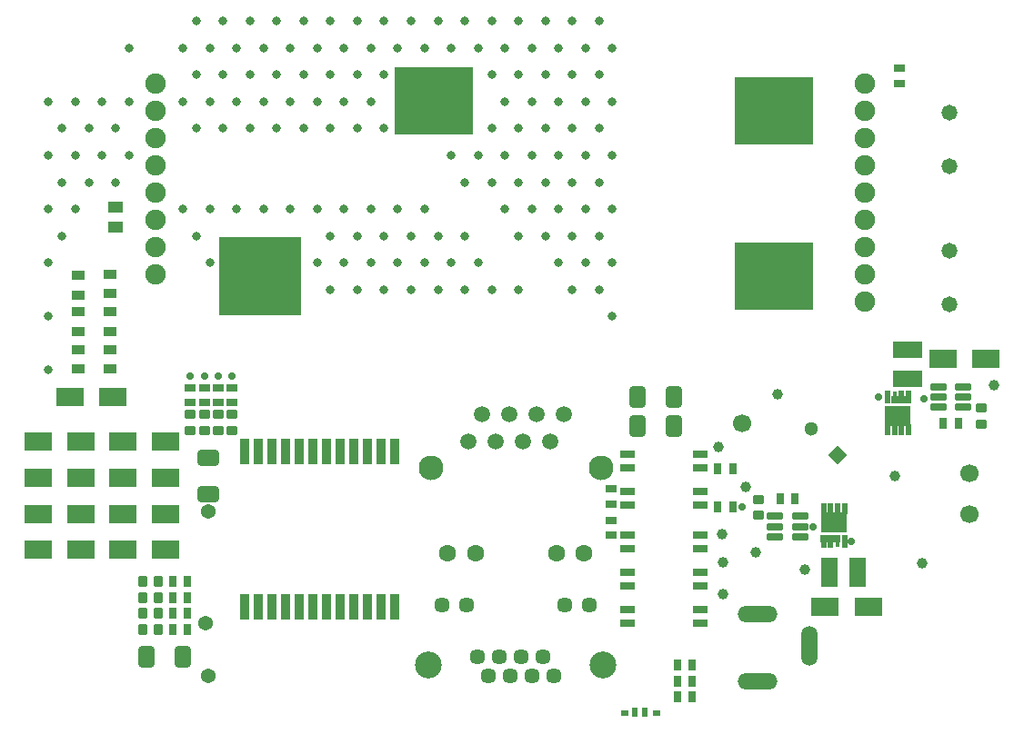
<source format=gts>
G04*
G04 #@! TF.GenerationSoftware,Altium Limited,Altium Designer,21.9.2 (33)*
G04*
G04 Layer_Color=8388736*
%FSLAX25Y25*%
%MOIN*%
G70*
G04*
G04 #@! TF.SameCoordinates,1A6DD151-CB10-4FFE-AF26-4EE6108A4869*
G04*
G04*
G04 #@! TF.FilePolarity,Negative*
G04*
G01*
G75*
%ADD38R,0.28346X0.24410*%
%ADD39R,0.28347X0.24410*%
%ADD40C,0.03937*%
G04:AMPARAMS|DCode=41|XSize=39.37mil|YSize=31.5mil|CornerRadius=5.41mil|HoleSize=0mil|Usage=FLASHONLY|Rotation=180.000|XOffset=0mil|YOffset=0mil|HoleType=Round|Shape=RoundedRectangle|*
%AMROUNDEDRECTD41*
21,1,0.03937,0.02067,0,0,180.0*
21,1,0.02854,0.03150,0,0,180.0*
1,1,0.01083,-0.01427,0.01034*
1,1,0.01083,0.01427,0.01034*
1,1,0.01083,0.01427,-0.01034*
1,1,0.01083,-0.01427,-0.01034*
%
%ADD41ROUNDEDRECTD41*%
%ADD42R,0.03937X0.03150*%
%ADD43R,0.10236X0.07087*%
%ADD44R,0.03386X0.09409*%
%ADD45R,0.28740X0.24803*%
%ADD46R,0.28740X0.24803*%
%ADD47R,0.29921X0.28799*%
%ADD48R,0.02139X0.03950*%
%ADD49R,0.09816X0.07532*%
%ADD50R,0.02139X0.04737*%
%ADD51R,0.01732X0.04331*%
%ADD52R,0.07257X0.02769*%
%ADD53R,0.05272X0.02672*%
G04:AMPARAMS|DCode=54|XSize=76.77mil|YSize=57.09mil|CornerRadius=8.61mil|HoleSize=0mil|Usage=FLASHONLY|Rotation=90.000|XOffset=0mil|YOffset=0mil|HoleType=Round|Shape=RoundedRectangle|*
%AMROUNDEDRECTD54*
21,1,0.07677,0.03986,0,0,90.0*
21,1,0.05955,0.05709,0,0,90.0*
1,1,0.01722,0.01993,0.02977*
1,1,0.01722,0.01993,-0.02977*
1,1,0.01722,-0.01993,-0.02977*
1,1,0.01722,-0.01993,0.02977*
%
%ADD54ROUNDEDRECTD54*%
%ADD55R,0.03150X0.03937*%
G04:AMPARAMS|DCode=56|XSize=39.37mil|YSize=31.5mil|CornerRadius=5.41mil|HoleSize=0mil|Usage=FLASHONLY|Rotation=90.000|XOffset=0mil|YOffset=0mil|HoleType=Round|Shape=RoundedRectangle|*
%AMROUNDEDRECTD56*
21,1,0.03937,0.02067,0,0,90.0*
21,1,0.02854,0.03150,0,0,90.0*
1,1,0.01083,0.01034,0.01427*
1,1,0.01083,0.01034,-0.01427*
1,1,0.01083,-0.01034,-0.01427*
1,1,0.01083,-0.01034,0.01427*
%
%ADD56ROUNDEDRECTD56*%
G04:AMPARAMS|DCode=57|XSize=76.77mil|YSize=57.09mil|CornerRadius=8.61mil|HoleSize=0mil|Usage=FLASHONLY|Rotation=180.000|XOffset=0mil|YOffset=0mil|HoleType=Round|Shape=RoundedRectangle|*
%AMROUNDEDRECTD57*
21,1,0.07677,0.03986,0,0,180.0*
21,1,0.05955,0.05709,0,0,180.0*
1,1,0.01722,-0.02977,0.01993*
1,1,0.01722,0.02977,0.01993*
1,1,0.01722,0.02977,-0.01993*
1,1,0.01722,-0.02977,-0.01993*
%
%ADD57ROUNDEDRECTD57*%
%ADD58R,0.02756X0.02362*%
%ADD59R,0.02126X0.03347*%
%ADD60R,0.05827X0.04016*%
%ADD61R,0.05118X0.03543*%
%ADD62R,0.11102X0.06417*%
%ADD63R,0.10236X0.07087*%
G04:AMPARAMS|DCode=64|XSize=61.02mil|YSize=27.17mil|CornerRadius=4.87mil|HoleSize=0mil|Usage=FLASHONLY|Rotation=180.000|XOffset=0mil|YOffset=0mil|HoleType=Round|Shape=RoundedRectangle|*
%AMROUNDEDRECTD64*
21,1,0.06102,0.01742,0,0,180.0*
21,1,0.05128,0.02717,0,0,180.0*
1,1,0.00974,-0.02564,0.00871*
1,1,0.00974,0.02564,0.00871*
1,1,0.00974,0.02564,-0.00871*
1,1,0.00974,-0.02564,-0.00871*
%
%ADD64ROUNDEDRECTD64*%
%ADD65R,0.06417X0.11102*%
%ADD66C,0.05118*%
%ADD67P,0.07238X4X180.0*%
%ADD68C,0.00394*%
%ADD69C,0.05709*%
%ADD70C,0.09843*%
%ADD71C,0.07480*%
%ADD72C,0.05794*%
%ADD73C,0.06693*%
%ADD74C,0.05906*%
%ADD75C,0.09055*%
%ADD76C,0.06299*%
%ADD77C,0.06694*%
%ADD78O,0.14567X0.05906*%
%ADD79O,0.05906X0.14567*%
%ADD80C,0.05394*%
%ADD81C,0.03162*%
%ADD82C,0.02756*%
%ADD83C,0.02795*%
D38*
X275590Y225138D02*
D03*
X151181Y228681D02*
D03*
D39*
X275590Y164114D02*
D03*
D40*
X265354Y87008D02*
D03*
X356299Y124409D02*
D03*
X268898Y62992D02*
D03*
X277165Y120866D02*
D03*
X256693Y69685D02*
D03*
X257087Y59449D02*
D03*
X255512Y101575D02*
D03*
X257087Y47638D02*
D03*
X320079Y90945D02*
D03*
X329921Y59055D02*
D03*
X287008Y56693D02*
D03*
D41*
X77165Y107677D02*
D03*
Y113583D02*
D03*
X72047Y107677D02*
D03*
Y113583D02*
D03*
X66929Y107677D02*
D03*
Y113583D02*
D03*
X61811Y107677D02*
D03*
Y113583D02*
D03*
X351575Y115945D02*
D03*
Y110039D02*
D03*
X270079Y76575D02*
D03*
Y82480D02*
D03*
D42*
X61811Y123425D02*
D03*
Y117913D02*
D03*
X66929Y123425D02*
D03*
Y117913D02*
D03*
X72047Y123425D02*
D03*
Y117913D02*
D03*
X77165Y123425D02*
D03*
Y117913D02*
D03*
X216142Y74803D02*
D03*
Y69291D02*
D03*
Y86221D02*
D03*
Y80709D02*
D03*
X321654Y240551D02*
D03*
Y235039D02*
D03*
D43*
X37008Y103543D02*
D03*
X52756D02*
D03*
X21850Y90354D02*
D03*
X6102D02*
D03*
X37008D02*
D03*
X52756D02*
D03*
X52756Y77165D02*
D03*
X37008D02*
D03*
X6102D02*
D03*
X21850D02*
D03*
X17717Y120079D02*
D03*
X33465D02*
D03*
X6102Y63976D02*
D03*
X21850D02*
D03*
X52756D02*
D03*
X37008D02*
D03*
X21850Y103543D02*
D03*
X6102D02*
D03*
D44*
X136555Y100157D02*
D03*
X131555D02*
D03*
X126555D02*
D03*
X121555D02*
D03*
X116555D02*
D03*
X111555D02*
D03*
X106555D02*
D03*
X101555D02*
D03*
X96555D02*
D03*
X91555D02*
D03*
X86555D02*
D03*
X81555D02*
D03*
Y43150D02*
D03*
X86555D02*
D03*
X91555D02*
D03*
X96555D02*
D03*
X101555D02*
D03*
X106555D02*
D03*
X111555D02*
D03*
X116555D02*
D03*
X121555D02*
D03*
X126555D02*
D03*
X131555D02*
D03*
X136555D02*
D03*
D45*
X275590Y164173D02*
D03*
Y225020D02*
D03*
D46*
X151181Y228740D02*
D03*
D47*
X87402Y164173D02*
D03*
D48*
X325000Y108071D02*
D03*
X322441D02*
D03*
X319882D02*
D03*
X317323D02*
D03*
X301575Y78937D02*
D03*
X299016D02*
D03*
X296457D02*
D03*
X293898D02*
D03*
D49*
X321161Y113012D02*
D03*
D03*
D03*
D03*
X297736Y73996D02*
D03*
D03*
D03*
D03*
D50*
X325000Y119882D02*
D03*
X322441D02*
D03*
X317323D02*
D03*
X301575Y67126D02*
D03*
X296457D02*
D03*
X293898D02*
D03*
D51*
X319882Y119882D02*
D03*
X299016Y67126D02*
D03*
D52*
X322441Y118898D02*
D03*
D03*
D03*
X296457Y68110D02*
D03*
D03*
D03*
D53*
X248586Y80177D02*
D03*
Y85177D02*
D03*
X221886D02*
D03*
Y80177D02*
D03*
X248586Y93957D02*
D03*
Y98957D02*
D03*
X221886D02*
D03*
Y93957D02*
D03*
Y41870D02*
D03*
Y36870D02*
D03*
X248586D02*
D03*
Y41870D02*
D03*
X221886Y69429D02*
D03*
Y64429D02*
D03*
X248586D02*
D03*
Y69429D02*
D03*
X221886Y55650D02*
D03*
Y50650D02*
D03*
X248586D02*
D03*
Y55650D02*
D03*
D54*
X238976Y109252D02*
D03*
X225590D02*
D03*
X238976Y120079D02*
D03*
X225590D02*
D03*
X45669Y24803D02*
D03*
X59055D02*
D03*
D55*
X55315Y34646D02*
D03*
X60827D02*
D03*
X55315Y40551D02*
D03*
X60827D02*
D03*
X55315Y46457D02*
D03*
X60827D02*
D03*
X55315Y52362D02*
D03*
X60827D02*
D03*
X255118Y79724D02*
D03*
X260630D02*
D03*
X240354Y9843D02*
D03*
X245866D02*
D03*
X240354Y15748D02*
D03*
X245866D02*
D03*
X255118Y93504D02*
D03*
X260630D02*
D03*
X240354Y21654D02*
D03*
X245866D02*
D03*
X343307Y110236D02*
D03*
X337795D02*
D03*
X277953Y82677D02*
D03*
X283465D02*
D03*
D56*
X50197Y34646D02*
D03*
X44291D02*
D03*
X50197Y40551D02*
D03*
X44291D02*
D03*
X50197Y46457D02*
D03*
X44291D02*
D03*
X50197Y52362D02*
D03*
X44291D02*
D03*
D57*
X68504Y97638D02*
D03*
Y84252D02*
D03*
D58*
X221063Y3937D02*
D03*
X232559D02*
D03*
D59*
X224803Y4429D02*
D03*
X228346D02*
D03*
D60*
X34449Y182264D02*
D03*
Y189784D02*
D03*
D61*
X32480Y164961D02*
D03*
Y157874D02*
D03*
Y151181D02*
D03*
Y144095D02*
D03*
X32480Y137402D02*
D03*
Y130315D02*
D03*
X20669Y164567D02*
D03*
Y157480D02*
D03*
Y151181D02*
D03*
Y144095D02*
D03*
Y137402D02*
D03*
Y130315D02*
D03*
D62*
X324803Y126610D02*
D03*
Y137169D02*
D03*
D63*
X353346Y133858D02*
D03*
X337598D02*
D03*
X310236Y42913D02*
D03*
X294488D02*
D03*
D64*
X336004Y116339D02*
D03*
Y120079D02*
D03*
Y123819D02*
D03*
X345098D02*
D03*
Y120079D02*
D03*
Y116339D02*
D03*
X285256Y76181D02*
D03*
Y72441D02*
D03*
Y68701D02*
D03*
X276161D02*
D03*
Y72441D02*
D03*
Y76181D02*
D03*
D65*
X295902Y55512D02*
D03*
X306461D02*
D03*
D66*
X289223Y108415D02*
D03*
D67*
X298966Y98672D02*
D03*
D68*
X206102Y7756D02*
D03*
X156102D02*
D03*
X307087Y254035D02*
D03*
Y135728D02*
D03*
X51181D02*
D03*
Y254035D02*
D03*
X23622Y39370D02*
D03*
X338583D02*
D03*
Y248031D02*
D03*
X23622D02*
D03*
X158602Y78740D02*
D03*
X203602D02*
D03*
D69*
X195158Y17756D02*
D03*
X187126D02*
D03*
X179095D02*
D03*
X171063D02*
D03*
X191142Y24764D02*
D03*
X183110D02*
D03*
X175079D02*
D03*
X167047D02*
D03*
X154095Y43701D02*
D03*
X163110D02*
D03*
X199094D02*
D03*
X208110D02*
D03*
D70*
X149094Y21772D02*
D03*
X213110D02*
D03*
D71*
X309134Y155020D02*
D03*
Y165020D02*
D03*
Y175020D02*
D03*
Y185020D02*
D03*
Y195020D02*
D03*
Y205020D02*
D03*
Y215020D02*
D03*
Y225020D02*
D03*
Y235020D02*
D03*
X49134Y165020D02*
D03*
Y175020D02*
D03*
Y185020D02*
D03*
Y195020D02*
D03*
Y205020D02*
D03*
Y215020D02*
D03*
Y225020D02*
D03*
Y235020D02*
D03*
D72*
X340158Y173622D02*
D03*
Y153937D02*
D03*
Y204724D02*
D03*
Y224410D02*
D03*
D73*
X264173Y110236D02*
D03*
D74*
X163602Y103740D02*
D03*
X198602Y113740D02*
D03*
X193602Y103740D02*
D03*
X188602Y113740D02*
D03*
X183602Y103740D02*
D03*
X178602Y113740D02*
D03*
X173602Y103740D02*
D03*
X168602Y113740D02*
D03*
D75*
X149941Y93898D02*
D03*
X212264D02*
D03*
D76*
X156201Y62598D02*
D03*
X166240D02*
D03*
X195965D02*
D03*
X206004D02*
D03*
D77*
X347441Y92146D02*
D03*
Y77146D02*
D03*
D78*
X269685Y40354D02*
D03*
Y15748D02*
D03*
D79*
X288583Y28543D02*
D03*
D80*
X68504Y17717D02*
D03*
Y77953D02*
D03*
X67323Y37008D02*
D03*
D81*
X216535Y248032D02*
D03*
Y228346D02*
D03*
Y208662D02*
D03*
Y188976D02*
D03*
Y169291D02*
D03*
Y149606D02*
D03*
X211614Y257874D02*
D03*
X206693Y248032D02*
D03*
X211614Y238189D02*
D03*
X206693Y228346D02*
D03*
X211614Y218504D02*
D03*
X206693Y208662D02*
D03*
X211614Y198819D02*
D03*
X206693Y188976D02*
D03*
X211614Y179134D02*
D03*
X206693Y169291D02*
D03*
X211614Y159449D02*
D03*
X201772Y257874D02*
D03*
X196850Y248032D02*
D03*
X201772Y238189D02*
D03*
X196850Y228346D02*
D03*
X201772Y218504D02*
D03*
X196850Y208662D02*
D03*
X201772Y198819D02*
D03*
X196850Y188976D02*
D03*
X201772Y179134D02*
D03*
X196850Y169291D02*
D03*
X201772Y159449D02*
D03*
X191929Y257874D02*
D03*
X187008Y248032D02*
D03*
X191929Y238189D02*
D03*
X187008Y228346D02*
D03*
X191929Y218504D02*
D03*
X187008Y208662D02*
D03*
X191929Y198819D02*
D03*
X187008Y188976D02*
D03*
X191929Y179134D02*
D03*
X182087Y257874D02*
D03*
X177165Y248032D02*
D03*
X182087Y238189D02*
D03*
X177165Y228346D02*
D03*
X182087Y218504D02*
D03*
X177165Y208662D02*
D03*
X182087Y198819D02*
D03*
X177165Y188976D02*
D03*
X182087Y179134D02*
D03*
Y159449D02*
D03*
X172244Y257874D02*
D03*
X167323Y248032D02*
D03*
X172244Y238189D02*
D03*
Y218504D02*
D03*
X167323Y208662D02*
D03*
X172244Y198819D02*
D03*
X167323Y169291D02*
D03*
X172244Y159449D02*
D03*
X162402Y257874D02*
D03*
X157480Y248032D02*
D03*
Y208662D02*
D03*
X162402Y198819D02*
D03*
Y179134D02*
D03*
X157480Y169291D02*
D03*
X162402Y159449D02*
D03*
X152559Y257874D02*
D03*
X147638Y248032D02*
D03*
Y188976D02*
D03*
X152559Y179134D02*
D03*
X147638Y169291D02*
D03*
X152559Y159449D02*
D03*
X142717Y257874D02*
D03*
X137795Y248032D02*
D03*
Y188976D02*
D03*
X142717Y179134D02*
D03*
X137795Y169291D02*
D03*
X142717Y159449D02*
D03*
X132874Y257874D02*
D03*
X127953Y248032D02*
D03*
X132874Y238189D02*
D03*
X127953Y228346D02*
D03*
X132874Y218504D02*
D03*
X127953Y188976D02*
D03*
X132874Y179134D02*
D03*
X127953Y169291D02*
D03*
X132874Y159449D02*
D03*
X123031Y257874D02*
D03*
X118110Y248032D02*
D03*
X123031Y238189D02*
D03*
X118110Y228346D02*
D03*
X123031Y218504D02*
D03*
X118110Y188976D02*
D03*
X123031Y179134D02*
D03*
X118110Y169291D02*
D03*
X123031Y159449D02*
D03*
X113189Y257874D02*
D03*
X108268Y248032D02*
D03*
X113189Y238189D02*
D03*
X108268Y228346D02*
D03*
X113189Y218504D02*
D03*
X108268Y188976D02*
D03*
X113189Y179134D02*
D03*
X108268Y169291D02*
D03*
X113189Y159449D02*
D03*
X103346Y257874D02*
D03*
X98425Y248032D02*
D03*
X103346Y238189D02*
D03*
X98425Y228346D02*
D03*
X103346Y218504D02*
D03*
X98425Y188976D02*
D03*
X93504Y257874D02*
D03*
X88583Y248032D02*
D03*
X93504Y238189D02*
D03*
X88583Y228346D02*
D03*
X93504Y218504D02*
D03*
X88583Y188976D02*
D03*
X83661Y257874D02*
D03*
X78740Y248032D02*
D03*
X83661Y238189D02*
D03*
X78740Y228346D02*
D03*
X83661Y218504D02*
D03*
X78740Y188976D02*
D03*
X73819Y257874D02*
D03*
X68898Y248032D02*
D03*
X73819Y238189D02*
D03*
X68898Y228346D02*
D03*
X73819Y218504D02*
D03*
X68898Y188976D02*
D03*
Y169291D02*
D03*
X63976Y257874D02*
D03*
X59055Y248032D02*
D03*
X63976Y238189D02*
D03*
X59055Y228346D02*
D03*
X63976Y218504D02*
D03*
X59055Y188976D02*
D03*
X63976Y179134D02*
D03*
X39370Y248032D02*
D03*
Y228346D02*
D03*
Y208662D02*
D03*
X29528Y228346D02*
D03*
X34449Y218504D02*
D03*
X29528Y208662D02*
D03*
X34449Y198819D02*
D03*
X19685Y228346D02*
D03*
X24606Y218504D02*
D03*
X19685Y208662D02*
D03*
X24606Y198819D02*
D03*
X19685Y188976D02*
D03*
X9843Y228346D02*
D03*
X14764Y218504D02*
D03*
X9843Y208662D02*
D03*
X14764Y198819D02*
D03*
X9843Y188976D02*
D03*
X14764Y179134D02*
D03*
X9843Y169291D02*
D03*
Y149606D02*
D03*
Y129921D02*
D03*
D82*
X264173Y79528D02*
D03*
X77165Y127559D02*
D03*
X72047D02*
D03*
X66929D02*
D03*
X61811D02*
D03*
X330709Y119291D02*
D03*
X303937Y66929D02*
D03*
X290158Y72441D02*
D03*
X314173Y120079D02*
D03*
D83*
X142520Y219685D02*
D03*
X146063D02*
D03*
X149606D02*
D03*
X153150D02*
D03*
X156693D02*
D03*
X160236D02*
D03*
Y223228D02*
D03*
X156693D02*
D03*
X153150D02*
D03*
X149606D02*
D03*
X146063D02*
D03*
X142520D02*
D03*
X160236Y226772D02*
D03*
X156693D02*
D03*
X153150D02*
D03*
X149606D02*
D03*
X146063D02*
D03*
X142520D02*
D03*
X160236Y230315D02*
D03*
X156693D02*
D03*
X153150D02*
D03*
X149606D02*
D03*
X146063D02*
D03*
X142520D02*
D03*
X160236Y233858D02*
D03*
X156693D02*
D03*
X153150D02*
D03*
X149606D02*
D03*
X146063D02*
D03*
X142520D02*
D03*
X160236Y237402D02*
D03*
X156693D02*
D03*
X153150D02*
D03*
X149606D02*
D03*
X146063D02*
D03*
X142520D02*
D03*
X78740Y155512D02*
D03*
X82284D02*
D03*
X85827D02*
D03*
X89370D02*
D03*
X92913D02*
D03*
X96457D02*
D03*
Y159055D02*
D03*
X92913D02*
D03*
X89370D02*
D03*
X85827D02*
D03*
X82284D02*
D03*
X78740D02*
D03*
X96457Y162599D02*
D03*
X92913D02*
D03*
X89370D02*
D03*
X85827D02*
D03*
X82284D02*
D03*
X78740D02*
D03*
X96457Y166142D02*
D03*
X92913D02*
D03*
X89370D02*
D03*
X85827D02*
D03*
X82284D02*
D03*
X78740D02*
D03*
X96457Y169685D02*
D03*
X92913D02*
D03*
X89370D02*
D03*
X85827D02*
D03*
X82284D02*
D03*
X78740D02*
D03*
X96457Y173228D02*
D03*
X92913D02*
D03*
X89370D02*
D03*
X85827D02*
D03*
X82284D02*
D03*
X78740D02*
D03*
X266929Y216142D02*
D03*
X270472D02*
D03*
X274016D02*
D03*
X277559D02*
D03*
X281102D02*
D03*
X284646D02*
D03*
Y219685D02*
D03*
X281102D02*
D03*
X277559D02*
D03*
X274016D02*
D03*
X270472D02*
D03*
X266929D02*
D03*
X284646Y223228D02*
D03*
X281102D02*
D03*
X277559D02*
D03*
X274016D02*
D03*
X270472D02*
D03*
X266929D02*
D03*
X284646Y226772D02*
D03*
X281102D02*
D03*
X277559D02*
D03*
X274016D02*
D03*
X270472D02*
D03*
X266929D02*
D03*
X284646Y230315D02*
D03*
X281102D02*
D03*
X277559D02*
D03*
X274016D02*
D03*
X270472D02*
D03*
X266929D02*
D03*
X284646Y233858D02*
D03*
X281102D02*
D03*
X277559D02*
D03*
X274016D02*
D03*
X270472D02*
D03*
X266929D02*
D03*
Y155118D02*
D03*
X270472D02*
D03*
X274016D02*
D03*
X277559D02*
D03*
X281102D02*
D03*
X284646D02*
D03*
Y158661D02*
D03*
X281102D02*
D03*
X277559D02*
D03*
X274016D02*
D03*
X270472D02*
D03*
X266929D02*
D03*
X284646Y162205D02*
D03*
X281102D02*
D03*
X277559D02*
D03*
X274016D02*
D03*
X270472D02*
D03*
X266929D02*
D03*
X284646Y165748D02*
D03*
X281102D02*
D03*
X277559D02*
D03*
X274016D02*
D03*
X270472D02*
D03*
X266929D02*
D03*
X284646Y169291D02*
D03*
X281102D02*
D03*
X277559D02*
D03*
X274016D02*
D03*
X270472D02*
D03*
X266929D02*
D03*
X284646Y172835D02*
D03*
X281102D02*
D03*
X277559D02*
D03*
X274016D02*
D03*
X270472D02*
D03*
X266929D02*
D03*
M02*

</source>
